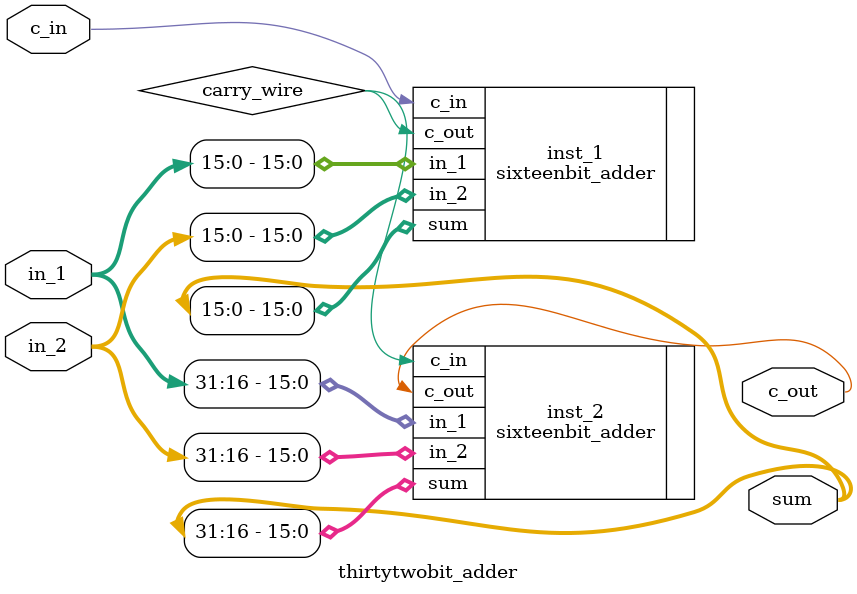
<source format=v>
`timescale 1ns / 1ps
module thirtytwobit_adder(
    input [31:0] in_1,
    input [31:0] in_2,
    input c_in,
    output [31:0] sum,
    output c_out
    );

	wire carry_wire;
	// Instantiate sixteen bit adder 1
	sixteenbit_adder inst_1(
								.in_1(in_1[15:0]),
								.in_2(in_2[15:0]),
								.c_in(c_in),
								.c_out(carry_wire),
								.sum(sum[15:0])
								);
	// Instantiate sixteen bit adder 2
	sixteenbit_adder inst_2(
								.in_1(in_1[31:16]),
								.in_2(in_2[31:16]),
								.c_in(carry_wire),
								.c_out(c_out),
								.sum(sum[31:16])
								);

endmodule


</source>
